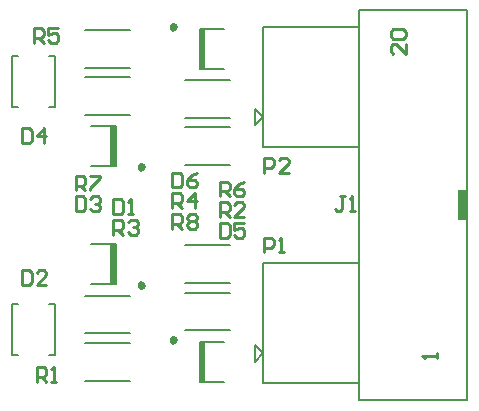
<source format=gto>
G04*
G04 #@! TF.GenerationSoftware,Altium Limited,Altium Designer,18.1.9 (240)*
G04*
G04 Layer_Color=65535*
%FSLAX25Y25*%
%MOIN*%
G70*
G01*
G75*
%ADD10C,0.01968*%
%ADD11C,0.00787*%
%ADD12C,0.00500*%
%ADD13C,0.00600*%
%ADD14C,0.00984*%
%ADD15R,0.02165X0.13386*%
%ADD16R,0.03090X0.10000*%
D10*
X82644Y59252D02*
X81809Y59734D01*
Y58770D01*
X82644Y59252D01*
X82643Y-45079D02*
X81808Y-44597D01*
Y-45561D01*
X82643Y-45079D01*
X72013Y12598D02*
X71178Y13081D01*
Y12116D01*
X72013Y12598D01*
Y-26772D02*
X71178Y-26289D01*
Y-27254D01*
X72013Y-26772D01*
D11*
X112008Y59370D02*
X143898D01*
X112008Y19370D02*
X143898D01*
X112008D02*
Y59370D01*
X143898Y19370D02*
Y59370D01*
X109252Y32086D02*
X112008Y29331D01*
X109252Y26575D02*
X112008Y29331D01*
X109252Y26575D02*
Y32086D01*
X86024Y13386D02*
X100984D01*
X86024Y25984D02*
X100984D01*
X90749Y58858D02*
X99016D01*
X90749Y45472D02*
X99016D01*
X90749D02*
Y58858D01*
X52558Y30117D02*
X67519D01*
X52558Y42716D02*
X67519D01*
X90748Y-45472D02*
X99016D01*
X90748Y-58858D02*
X99016D01*
X90748D02*
Y-45472D01*
X52559Y-42717D02*
X67520D01*
X52559Y-30118D02*
X67520D01*
X86024Y-25984D02*
X100984D01*
X86024Y-13386D02*
X100984D01*
X109252Y-52165D02*
Y-46654D01*
Y-52165D02*
X112008Y-49410D01*
X109252Y-46654D02*
X112008Y-49410D01*
X143898Y-59370D02*
Y-19370D01*
X112008Y-59370D02*
Y-19370D01*
Y-59370D02*
X143898D01*
X112008Y-19370D02*
X143898D01*
X52559Y45866D02*
X67520D01*
X52559Y58465D02*
X67520D01*
X86024Y29134D02*
X100984D01*
X86024Y41732D02*
X100984D01*
X86024Y-41732D02*
X100984D01*
X86024Y-29134D02*
X100984D01*
X52559Y-58465D02*
X67520D01*
X52559Y-45866D02*
X67520D01*
X54528Y12992D02*
X62795D01*
X54528Y26378D02*
X62795D01*
Y12992D02*
Y26378D01*
X54528Y-26378D02*
X62795D01*
X54528Y-12992D02*
X62795D01*
Y-26378D02*
Y-12992D01*
D12*
X143995Y-65079D02*
Y65078D01*
X179822D01*
Y-65079D02*
Y65078D01*
X143995Y-65079D02*
X179822D01*
X143995D02*
Y65078D01*
X179822D01*
Y-65079D02*
Y65078D01*
X143995Y-65079D02*
X179822D01*
D13*
X40551Y32835D02*
X42559D01*
X28307D02*
X30315D01*
X28307Y49843D02*
X30315D01*
X40551D02*
X42559D01*
X28307Y32835D02*
Y49843D01*
X42559Y32835D02*
Y49843D01*
X28308Y-32835D02*
X30316D01*
X40552D02*
X42560D01*
X40552Y-49843D02*
X42560D01*
X28308D02*
X30316D01*
X42560D02*
Y-32835D01*
X28308Y-49843D02*
Y-32835D01*
D14*
X169902Y-51000D02*
Y-49360D01*
Y-50180D01*
X164982D01*
X165802Y-51000D01*
X159402Y53780D02*
Y50500D01*
X156122Y53780D01*
X155302D01*
X154482Y52960D01*
Y51320D01*
X155302Y50500D01*
Y55420D02*
X154482Y56240D01*
Y57880D01*
X155302Y58700D01*
X158582D01*
X159402Y57880D01*
Y56240D01*
X158582Y55420D01*
X155302D01*
X112205Y10827D02*
Y15746D01*
X114665D01*
X115484Y14927D01*
Y13287D01*
X114665Y12467D01*
X112205D01*
X120404Y10827D02*
X117124D01*
X120404Y14107D01*
Y14927D01*
X119584Y15746D01*
X117944D01*
X117124Y14927D01*
X112205Y-15748D02*
Y-10828D01*
X114665D01*
X115484Y-11648D01*
Y-13288D01*
X114665Y-14108D01*
X112205D01*
X117124Y-15748D02*
X118764D01*
X117944D01*
Y-10828D01*
X117124Y-11648D01*
X81693Y-7874D02*
Y-2954D01*
X84153D01*
X84973Y-3774D01*
Y-5414D01*
X84153Y-6234D01*
X81693D01*
X83333D02*
X84973Y-7874D01*
X86613Y-3774D02*
X87432Y-2954D01*
X89072D01*
X89892Y-3774D01*
Y-4594D01*
X89072Y-5414D01*
X89892Y-6234D01*
Y-7054D01*
X89072Y-7874D01*
X87432D01*
X86613Y-7054D01*
Y-6234D01*
X87432Y-5414D01*
X86613Y-4594D01*
Y-3774D01*
X87432Y-5414D02*
X89072D01*
X49409Y4921D02*
Y9841D01*
X51869D01*
X52689Y9021D01*
Y7381D01*
X51869Y6561D01*
X49409D01*
X51049D02*
X52689Y4921D01*
X54329Y9841D02*
X57608D01*
Y9021D01*
X54329Y5741D01*
Y4921D01*
X97441Y2953D02*
Y7872D01*
X99901D01*
X100721Y7052D01*
Y5413D01*
X99901Y4593D01*
X97441D01*
X99081D02*
X100721Y2953D01*
X105640Y7872D02*
X104000Y7052D01*
X102361Y5413D01*
Y3773D01*
X103181Y2953D01*
X104820D01*
X105640Y3773D01*
Y4593D01*
X104820Y5413D01*
X102361D01*
X62008Y-9843D02*
Y-4923D01*
X64468D01*
X65288Y-5743D01*
Y-7383D01*
X64468Y-8203D01*
X62008D01*
X63648D02*
X65288Y-9843D01*
X66927Y-5743D02*
X67747Y-4923D01*
X69387D01*
X70207Y-5743D01*
Y-6563D01*
X69387Y-7383D01*
X68567D01*
X69387D01*
X70207Y-8203D01*
Y-9023D01*
X69387Y-9843D01*
X67747D01*
X66927Y-9023D01*
X81693Y10825D02*
Y5906D01*
X84153D01*
X84973Y6725D01*
Y10005D01*
X84153Y10825D01*
X81693D01*
X89892D02*
X88253Y10005D01*
X86613Y8365D01*
Y6725D01*
X87432Y5906D01*
X89072D01*
X89892Y6725D01*
Y7545D01*
X89072Y8365D01*
X86613D01*
X97441Y-5907D02*
Y-10827D01*
X99901D01*
X100721Y-10007D01*
Y-6727D01*
X99901Y-5907D01*
X97441D01*
X105640D02*
X102361D01*
Y-8367D01*
X104000Y-7547D01*
X104820D01*
X105640Y-8367D01*
Y-10007D01*
X104820Y-10827D01*
X103181D01*
X102361Y-10007D01*
X139107Y2951D02*
X137467D01*
X138287D01*
Y-1149D01*
X137467Y-1969D01*
X136647D01*
X135827Y-1149D01*
X140746Y-1969D02*
X142386D01*
X141566D01*
Y2951D01*
X140746Y2131D01*
X35433Y54134D02*
Y59053D01*
X37893D01*
X38713Y58234D01*
Y56594D01*
X37893Y55774D01*
X35433D01*
X37073D02*
X38713Y54134D01*
X43633Y59053D02*
X40353D01*
Y56594D01*
X41993Y57414D01*
X42813D01*
X43633Y56594D01*
Y54954D01*
X42813Y54134D01*
X41173D01*
X40353Y54954D01*
X81693Y-984D02*
Y3935D01*
X84153D01*
X84973Y3115D01*
Y1476D01*
X84153Y656D01*
X81693D01*
X83333D02*
X84973Y-984D01*
X89072D02*
Y3935D01*
X86613Y1476D01*
X89892D01*
X97441Y-3937D02*
Y983D01*
X99901D01*
X100721Y163D01*
Y-1477D01*
X99901Y-2297D01*
X97441D01*
X99081D02*
X100721Y-3937D01*
X105640D02*
X102361D01*
X105640Y-657D01*
Y163D01*
X104820Y983D01*
X103181D01*
X102361Y163D01*
X36417Y-58858D02*
Y-53939D01*
X38877D01*
X39696Y-54759D01*
Y-56398D01*
X38877Y-57218D01*
X36417D01*
X38057D02*
X39696Y-58858D01*
X41336D02*
X42976D01*
X42156D01*
Y-53939D01*
X41336Y-54759D01*
X31496Y25589D02*
Y20669D01*
X33956D01*
X34776Y21489D01*
Y24769D01*
X33956Y25589D01*
X31496D01*
X38876Y20669D02*
Y25589D01*
X36416Y23129D01*
X39696D01*
X49409Y2951D02*
Y-1969D01*
X51869D01*
X52689Y-1149D01*
Y2131D01*
X51869Y2951D01*
X49409D01*
X54329Y2131D02*
X55149Y2951D01*
X56788D01*
X57608Y2131D01*
Y1311D01*
X56788Y491D01*
X55968D01*
X56788D01*
X57608Y-329D01*
Y-1149D01*
X56788Y-1969D01*
X55149D01*
X54329Y-1149D01*
X31497Y-21655D02*
Y-26575D01*
X33957D01*
X34776Y-25755D01*
Y-22475D01*
X33957Y-21655D01*
X31497D01*
X39696Y-26575D02*
X36416D01*
X39696Y-23295D01*
Y-22475D01*
X38876Y-21655D01*
X37236D01*
X36416Y-22475D01*
X62008Y1967D02*
Y-2953D01*
X64468D01*
X65288Y-2133D01*
Y1147D01*
X64468Y1967D01*
X62008D01*
X66927Y-2953D02*
X68567D01*
X67747D01*
Y1967D01*
X66927Y1147D01*
D15*
X91634Y52165D02*
D03*
X91634Y-52165D02*
D03*
X61910Y19685D02*
D03*
Y-19685D02*
D03*
D16*
X178277Y0D02*
D03*
M02*

</source>
